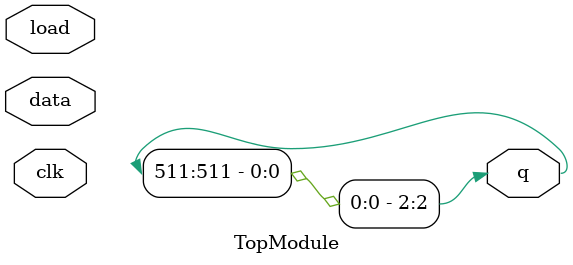
<source format=sv>

module TopModule (
  input clk,
  input load,
  input [511:0] data,
  output reg [511:0] q
);
assign q = {data, q[511:2], q[510:0]};
assign q[512] = 'z;
endmodule

</source>
